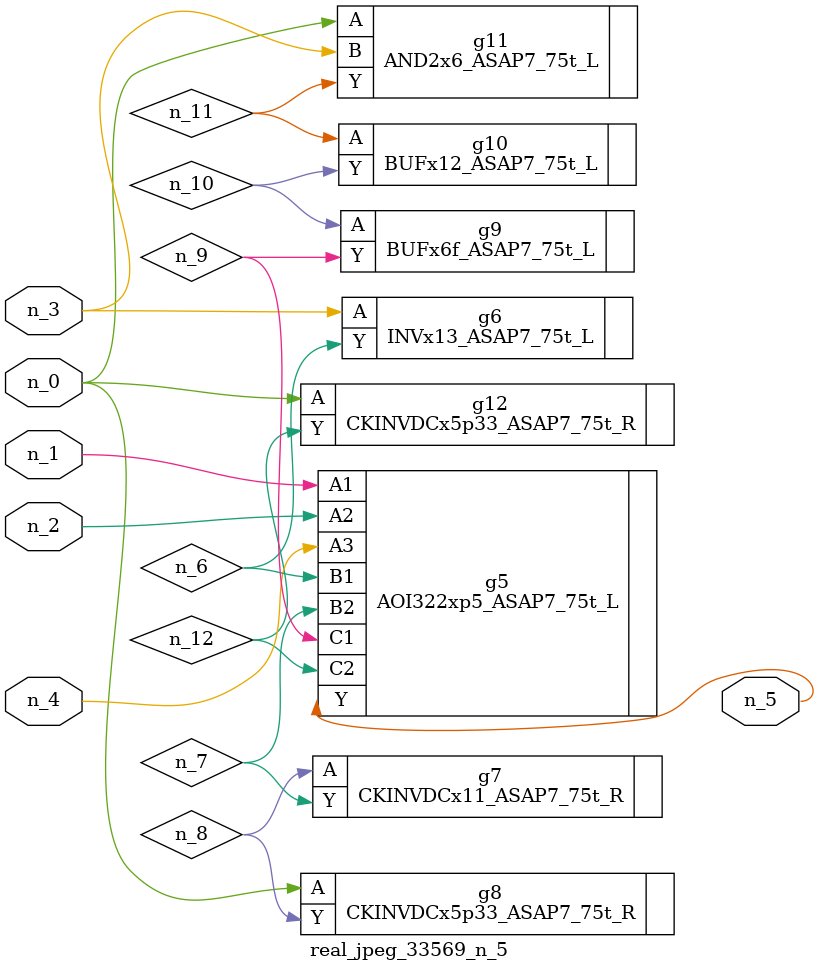
<source format=v>
module real_jpeg_33569_n_5 (n_4, n_0, n_1, n_2, n_3, n_5);

input n_4;
input n_0;
input n_1;
input n_2;
input n_3;

output n_5;

wire n_12;
wire n_8;
wire n_11;
wire n_6;
wire n_7;
wire n_10;
wire n_9;

CKINVDCx5p33_ASAP7_75t_R g8 ( 
.A(n_0),
.Y(n_8)
);

AND2x6_ASAP7_75t_L g11 ( 
.A(n_0),
.B(n_3),
.Y(n_11)
);

CKINVDCx5p33_ASAP7_75t_R g12 ( 
.A(n_0),
.Y(n_12)
);

AOI322xp5_ASAP7_75t_L g5 ( 
.A1(n_1),
.A2(n_2),
.A3(n_4),
.B1(n_6),
.B2(n_7),
.C1(n_9),
.C2(n_12),
.Y(n_5)
);

INVx13_ASAP7_75t_L g6 ( 
.A(n_3),
.Y(n_6)
);

CKINVDCx11_ASAP7_75t_R g7 ( 
.A(n_8),
.Y(n_7)
);

BUFx6f_ASAP7_75t_L g9 ( 
.A(n_10),
.Y(n_9)
);

BUFx12_ASAP7_75t_L g10 ( 
.A(n_11),
.Y(n_10)
);


endmodule
</source>
